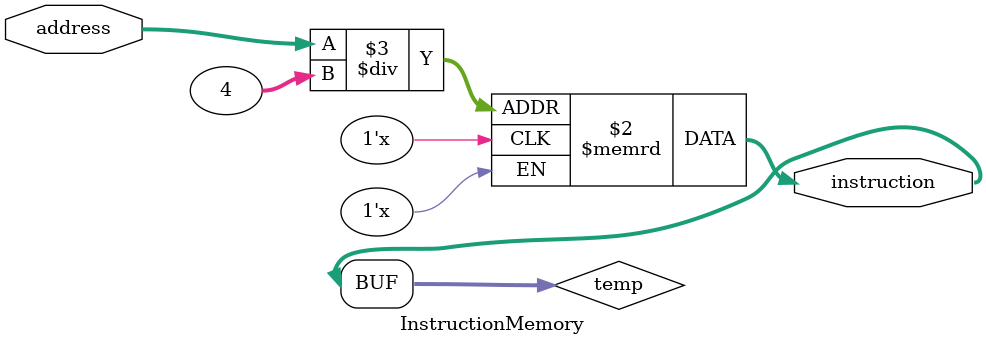
<source format=v>
`timescale 1ns / 1ps
/*
    File Name: InstructionMemory
    Description: instruction memory module for instruction fetch stage
    Created by (Author Name): Nicola Abu Shaibeh
    Creation Date:  8/27/2023
    Contributors: 
    Last Modified Date: 
    Version: 1.0 
    Copyright (c) Orion VLSI Technologies, 2023
    This unpublished material is proprietary to Orion VLSI Technologies.
    All Rights Reserved Worldwide.
    Anything described herein is considered business secrets and confidential.
    Reproduction or distribution, in whole or in part, is
    forbidden except by express written permission of Orion VLSI Technologies.
*/

module InstructionMemory(
    output [31:0] instruction,
    input [31:0] address
);

    reg [31:0] instrmem [1023:0];
    reg [31:0] temp;
    buf #1000 buf0(instruction[0], temp[0]),
            buf1(instruction[1], temp[1]),
            buf2(instruction[2], temp[2]),
            buf3(instruction[3], temp[3]),
            buf4(instruction[4], temp[4]),
            buf5(instruction[5], temp[5]),
            buf6(instruction[6], temp[6]),
            buf7(instruction[7], temp[7]),
            buf8(instruction[8], temp[8]),
            buf9(instruction[9], temp[9]),
            buf10(instruction[10], temp[10]),
            buf11(instruction[11], temp[11]),
            buf12(instruction[12], temp[12]),
            buf13(instruction[13], temp[13]),
            buf14(instruction[14], temp[14]),
            buf15(instruction[15], temp[15]),
            buf16(instruction[16], temp[16]),
            buf17(instruction[17], temp[17]),
            buf18(instruction[18], temp[18]),
            buf19(instruction[19], temp[19]),
            buf20(instruction[20], temp[20]),
            buf21(instruction[21], temp[21]),
            buf22(instruction[22], temp[22]),
            buf23(instruction[23], temp[23]),
            buf24(instruction[24], temp[24]),
            buf25(instruction[25], temp[25]),
            buf26(instruction[26], temp[26]),
            buf27(instruction[27], temp[27]),
            buf28(instruction[28], temp[28]),
            buf29(instruction[29], temp[29]),
            buf30(instruction[30], temp[30]),
            buf31(instruction[31], temp[31]);

    always @(address) begin
        temp = instrmem[address / 4];
    end

  // initial begin
  //   $readmemb("instructions.txt", instrmem);
  // end

endmodule
</source>
